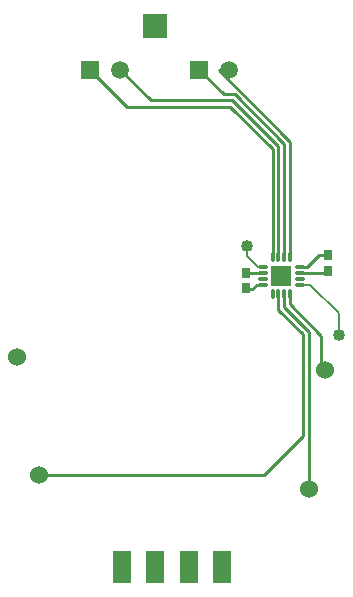
<source format=gbr>
G04 DipTrace 3.3.1.2*
G04 Top.gbr*
%MOIN*%
G04 #@! TF.FileFunction,Copper,L1,Top*
G04 #@! TF.Part,Single*
G04 #@! TA.AperFunction,Conductor*
%ADD13C,0.01*%
%ADD16C,0.008*%
%ADD19R,0.062992X0.106299*%
%ADD20R,0.027559X0.035433*%
G04 #@! TA.AperFunction,ComponentPad*
%ADD21C,0.059055*%
%ADD22R,0.059055X0.059055*%
%ADD23R,0.07874X0.07874*%
%ADD24C,0.06*%
%ADD25C,0.06*%
%ADD27O,0.033465X0.011811*%
%ADD28O,0.011811X0.033465*%
%ADD29R,0.071654X0.071654*%
G04 #@! TA.AperFunction,ViaPad*
%ADD30C,0.04*%
%FSLAX26Y26*%
G04*
G70*
G90*
G75*
G01*
G04 Top*
%LPD*%
X1392967Y1378348D2*
D13*
Y1334089D1*
X1475331Y1251726D1*
Y729558D1*
X1373282Y1378348D2*
Y1324822D1*
X1453774Y1244329D1*
Y903799D1*
X1325500Y775525D1*
X573580D1*
X1373282Y1500395D2*
Y1870760D1*
X1219605Y2024437D1*
X947718D1*
X846448Y2125707D1*
X1412652Y1500395D2*
Y1886727D1*
X1173672Y2125707D1*
X1209705D1*
X1353597Y1500395D2*
Y1863214D1*
X1213470Y2003341D1*
X868814D1*
X746448Y2125707D1*
X1412652Y1378348D2*
Y1343766D1*
X1516463Y1239955D1*
Y1125949D1*
X1528937D1*
X1392967Y1500395D2*
Y1879920D1*
X1228596Y2044291D1*
X1191121D1*
X1109705Y2125707D1*
X1322101Y1468899D2*
D16*
Y1469287D1*
X1306273D1*
X1269270Y1506291D1*
Y1538143D1*
X1444148Y1409844D2*
Y1410010D1*
X1480094D1*
X1574849Y1315256D1*
Y1243512D1*
X1444148Y1468899D2*
D13*
X1468762D1*
X1507207Y1507344D1*
X1537730D1*
X1444148Y1449214D2*
X1530781D1*
X1537730Y1456163D1*
X1322101Y1449214D2*
X1265567D1*
X1264849Y1448496D1*
X1322101Y1409844D2*
X1300442D1*
X1286550Y1395951D1*
X1263486D1*
X1264849Y1397315D1*
D30*
X1269270Y1538143D3*
X1574849Y1243512D3*
D19*
X852203Y469209D3*
X962440D3*
X1076081Y470014D3*
X1186318D3*
D20*
X1264849Y1397315D3*
Y1448496D3*
X1537730Y1456163D3*
Y1507344D3*
D21*
X846448Y2125707D3*
D22*
X746448D3*
D21*
X1209705D3*
D22*
X1109705D3*
D23*
X962610Y2271438D3*
D24*
X573580Y775525D3*
D25*
X503255Y1169294D3*
D24*
X1475331Y729558D3*
D25*
X1528937Y1125949D3*
D27*
X1322101Y1468899D3*
Y1449214D3*
Y1429529D3*
Y1409844D3*
D28*
X1353597Y1378348D3*
X1373282D3*
X1392967D3*
X1412652D3*
D27*
X1444148Y1409844D3*
Y1429529D3*
Y1449214D3*
Y1468899D3*
D28*
X1412652Y1500395D3*
X1392967D3*
X1373282D3*
X1353597D3*
D29*
X1383125Y1439371D3*
M02*

</source>
